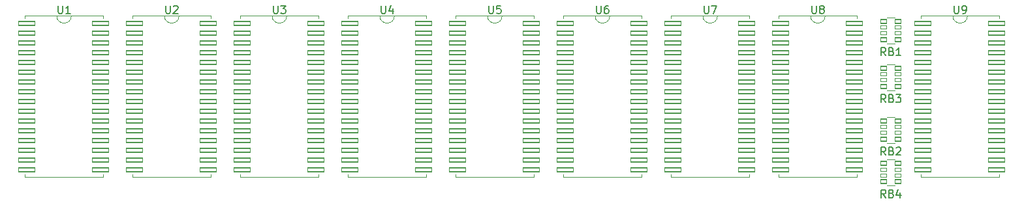
<source format=gto>
G04 #@! TF.GenerationSoftware,KiCad,Pcbnew,(6.0.0)*
G04 #@! TF.CreationDate,2022-01-26T20:37:23-08:00*
G04 #@! TF.ProjectId,M919_cache,4d393139-5f63-4616-9368-652e6b696361,rev?*
G04 #@! TF.SameCoordinates,Original*
G04 #@! TF.FileFunction,Legend,Top*
G04 #@! TF.FilePolarity,Positive*
%FSLAX46Y46*%
G04 Gerber Fmt 4.6, Leading zero omitted, Abs format (unit mm)*
G04 Created by KiCad (PCBNEW (6.0.0)) date 2022-01-26 20:37:23*
%MOMM*%
%LPD*%
G01*
G04 APERTURE LIST*
G04 Aperture macros list*
%AMRoundRect*
0 Rectangle with rounded corners*
0 $1 Rounding radius*
0 $2 $3 $4 $5 $6 $7 $8 $9 X,Y pos of 4 corners*
0 Add a 4 corners polygon primitive as box body*
4,1,4,$2,$3,$4,$5,$6,$7,$8,$9,$2,$3,0*
0 Add four circle primitives for the rounded corners*
1,1,$1+$1,$2,$3*
1,1,$1+$1,$4,$5*
1,1,$1+$1,$6,$7*
1,1,$1+$1,$8,$9*
0 Add four rect primitives between the rounded corners*
20,1,$1+$1,$2,$3,$4,$5,0*
20,1,$1+$1,$4,$5,$6,$7,0*
20,1,$1+$1,$6,$7,$8,$9,0*
20,1,$1+$1,$8,$9,$2,$3,0*%
G04 Aperture macros list end*
%ADD10C,0.150000*%
%ADD11C,0.120000*%
%ADD12C,0.100000*%
%ADD13RoundRect,0.050000X0.400000X0.250000X-0.400000X0.250000X-0.400000X-0.250000X0.400000X-0.250000X0*%
%ADD14RoundRect,0.050000X0.400000X0.200000X-0.400000X0.200000X-0.400000X-0.200000X0.400000X-0.200000X0*%
%ADD15RoundRect,0.050000X-1.079500X-0.254000X1.079500X-0.254000X1.079500X0.254000X-1.079500X0.254000X0*%
G04 APERTURE END LIST*
D10*
X230103333Y-112402380D02*
X229770000Y-111926190D01*
X229531904Y-112402380D02*
X229531904Y-111402380D01*
X229912857Y-111402380D01*
X230008095Y-111450000D01*
X230055714Y-111497619D01*
X230103333Y-111592857D01*
X230103333Y-111735714D01*
X230055714Y-111830952D01*
X230008095Y-111878571D01*
X229912857Y-111926190D01*
X229531904Y-111926190D01*
X230865238Y-111878571D02*
X231008095Y-111926190D01*
X231055714Y-111973809D01*
X231103333Y-112069047D01*
X231103333Y-112211904D01*
X231055714Y-112307142D01*
X231008095Y-112354761D01*
X230912857Y-112402380D01*
X230531904Y-112402380D01*
X230531904Y-111402380D01*
X230865238Y-111402380D01*
X230960476Y-111450000D01*
X231008095Y-111497619D01*
X231055714Y-111592857D01*
X231055714Y-111688095D01*
X231008095Y-111783333D01*
X230960476Y-111830952D01*
X230865238Y-111878571D01*
X230531904Y-111878571D01*
X231484285Y-111497619D02*
X231531904Y-111450000D01*
X231627142Y-111402380D01*
X231865238Y-111402380D01*
X231960476Y-111450000D01*
X232008095Y-111497619D01*
X232055714Y-111592857D01*
X232055714Y-111688095D01*
X232008095Y-111830952D01*
X231436666Y-112402380D01*
X232055714Y-112402380D01*
X122745595Y-92987880D02*
X122745595Y-93797404D01*
X122793214Y-93892642D01*
X122840833Y-93940261D01*
X122936071Y-93987880D01*
X123126547Y-93987880D01*
X123221785Y-93940261D01*
X123269404Y-93892642D01*
X123317023Y-93797404D01*
X123317023Y-92987880D01*
X124317023Y-93987880D02*
X123745595Y-93987880D01*
X124031309Y-93987880D02*
X124031309Y-92987880D01*
X123936071Y-93130738D01*
X123840833Y-93225976D01*
X123745595Y-93273595D01*
X136715595Y-92987880D02*
X136715595Y-93797404D01*
X136763214Y-93892642D01*
X136810833Y-93940261D01*
X136906071Y-93987880D01*
X137096547Y-93987880D01*
X137191785Y-93940261D01*
X137239404Y-93892642D01*
X137287023Y-93797404D01*
X137287023Y-92987880D01*
X137715595Y-93083119D02*
X137763214Y-93035500D01*
X137858452Y-92987880D01*
X138096547Y-92987880D01*
X138191785Y-93035500D01*
X138239404Y-93083119D01*
X138287023Y-93178357D01*
X138287023Y-93273595D01*
X138239404Y-93416452D01*
X137667976Y-93987880D01*
X138287023Y-93987880D01*
X150685595Y-92987880D02*
X150685595Y-93797404D01*
X150733214Y-93892642D01*
X150780833Y-93940261D01*
X150876071Y-93987880D01*
X151066547Y-93987880D01*
X151161785Y-93940261D01*
X151209404Y-93892642D01*
X151257023Y-93797404D01*
X151257023Y-92987880D01*
X151637976Y-92987880D02*
X152257023Y-92987880D01*
X151923690Y-93368833D01*
X152066547Y-93368833D01*
X152161785Y-93416452D01*
X152209404Y-93464071D01*
X152257023Y-93559309D01*
X152257023Y-93797404D01*
X152209404Y-93892642D01*
X152161785Y-93940261D01*
X152066547Y-93987880D01*
X151780833Y-93987880D01*
X151685595Y-93940261D01*
X151637976Y-93892642D01*
X164655595Y-92987880D02*
X164655595Y-93797404D01*
X164703214Y-93892642D01*
X164750833Y-93940261D01*
X164846071Y-93987880D01*
X165036547Y-93987880D01*
X165131785Y-93940261D01*
X165179404Y-93892642D01*
X165227023Y-93797404D01*
X165227023Y-92987880D01*
X166131785Y-93321214D02*
X166131785Y-93987880D01*
X165893690Y-92940261D02*
X165655595Y-93654547D01*
X166274642Y-93654547D01*
X178625595Y-92987880D02*
X178625595Y-93797404D01*
X178673214Y-93892642D01*
X178720833Y-93940261D01*
X178816071Y-93987880D01*
X179006547Y-93987880D01*
X179101785Y-93940261D01*
X179149404Y-93892642D01*
X179197023Y-93797404D01*
X179197023Y-92987880D01*
X180149404Y-92987880D02*
X179673214Y-92987880D01*
X179625595Y-93464071D01*
X179673214Y-93416452D01*
X179768452Y-93368833D01*
X180006547Y-93368833D01*
X180101785Y-93416452D01*
X180149404Y-93464071D01*
X180197023Y-93559309D01*
X180197023Y-93797404D01*
X180149404Y-93892642D01*
X180101785Y-93940261D01*
X180006547Y-93987880D01*
X179768452Y-93987880D01*
X179673214Y-93940261D01*
X179625595Y-93892642D01*
X206565595Y-92987880D02*
X206565595Y-93797404D01*
X206613214Y-93892642D01*
X206660833Y-93940261D01*
X206756071Y-93987880D01*
X206946547Y-93987880D01*
X207041785Y-93940261D01*
X207089404Y-93892642D01*
X207137023Y-93797404D01*
X207137023Y-92987880D01*
X207517976Y-92987880D02*
X208184642Y-92987880D01*
X207756071Y-93987880D01*
X220535595Y-92987880D02*
X220535595Y-93797404D01*
X220583214Y-93892642D01*
X220630833Y-93940261D01*
X220726071Y-93987880D01*
X220916547Y-93987880D01*
X221011785Y-93940261D01*
X221059404Y-93892642D01*
X221107023Y-93797404D01*
X221107023Y-92987880D01*
X221726071Y-93416452D02*
X221630833Y-93368833D01*
X221583214Y-93321214D01*
X221535595Y-93225976D01*
X221535595Y-93178357D01*
X221583214Y-93083119D01*
X221630833Y-93035500D01*
X221726071Y-92987880D01*
X221916547Y-92987880D01*
X222011785Y-93035500D01*
X222059404Y-93083119D01*
X222107023Y-93178357D01*
X222107023Y-93225976D01*
X222059404Y-93321214D01*
X222011785Y-93368833D01*
X221916547Y-93416452D01*
X221726071Y-93416452D01*
X221630833Y-93464071D01*
X221583214Y-93511690D01*
X221535595Y-93606928D01*
X221535595Y-93797404D01*
X221583214Y-93892642D01*
X221630833Y-93940261D01*
X221726071Y-93987880D01*
X221916547Y-93987880D01*
X222011785Y-93940261D01*
X222059404Y-93892642D01*
X222107023Y-93797404D01*
X222107023Y-93606928D01*
X222059404Y-93511690D01*
X222011785Y-93464071D01*
X221916547Y-93416452D01*
X239001395Y-92987880D02*
X239001395Y-93797404D01*
X239049014Y-93892642D01*
X239096633Y-93940261D01*
X239191871Y-93987880D01*
X239382347Y-93987880D01*
X239477585Y-93940261D01*
X239525204Y-93892642D01*
X239572823Y-93797404D01*
X239572823Y-92987880D01*
X240096633Y-93987880D02*
X240287109Y-93987880D01*
X240382347Y-93940261D01*
X240429966Y-93892642D01*
X240525204Y-93749785D01*
X240572823Y-93559309D01*
X240572823Y-93178357D01*
X240525204Y-93083119D01*
X240477585Y-93035500D01*
X240382347Y-92987880D01*
X240191871Y-92987880D01*
X240096633Y-93035500D01*
X240049014Y-93083119D01*
X240001395Y-93178357D01*
X240001395Y-93416452D01*
X240049014Y-93511690D01*
X240096633Y-93559309D01*
X240191871Y-93606928D01*
X240382347Y-93606928D01*
X240477585Y-93559309D01*
X240525204Y-93511690D01*
X240572823Y-93416452D01*
X192595595Y-92987880D02*
X192595595Y-93797404D01*
X192643214Y-93892642D01*
X192690833Y-93940261D01*
X192786071Y-93987880D01*
X192976547Y-93987880D01*
X193071785Y-93940261D01*
X193119404Y-93892642D01*
X193167023Y-93797404D01*
X193167023Y-92987880D01*
X194071785Y-92987880D02*
X193881309Y-92987880D01*
X193786071Y-93035500D01*
X193738452Y-93083119D01*
X193643214Y-93225976D01*
X193595595Y-93416452D01*
X193595595Y-93797404D01*
X193643214Y-93892642D01*
X193690833Y-93940261D01*
X193786071Y-93987880D01*
X193976547Y-93987880D01*
X194071785Y-93940261D01*
X194119404Y-93892642D01*
X194167023Y-93797404D01*
X194167023Y-93559309D01*
X194119404Y-93464071D01*
X194071785Y-93416452D01*
X193976547Y-93368833D01*
X193786071Y-93368833D01*
X193690833Y-93416452D01*
X193643214Y-93464071D01*
X193595595Y-93559309D01*
X230103333Y-105544380D02*
X229770000Y-105068190D01*
X229531904Y-105544380D02*
X229531904Y-104544380D01*
X229912857Y-104544380D01*
X230008095Y-104592000D01*
X230055714Y-104639619D01*
X230103333Y-104734857D01*
X230103333Y-104877714D01*
X230055714Y-104972952D01*
X230008095Y-105020571D01*
X229912857Y-105068190D01*
X229531904Y-105068190D01*
X230865238Y-105020571D02*
X231008095Y-105068190D01*
X231055714Y-105115809D01*
X231103333Y-105211047D01*
X231103333Y-105353904D01*
X231055714Y-105449142D01*
X231008095Y-105496761D01*
X230912857Y-105544380D01*
X230531904Y-105544380D01*
X230531904Y-104544380D01*
X230865238Y-104544380D01*
X230960476Y-104592000D01*
X231008095Y-104639619D01*
X231055714Y-104734857D01*
X231055714Y-104830095D01*
X231008095Y-104925333D01*
X230960476Y-104972952D01*
X230865238Y-105020571D01*
X230531904Y-105020571D01*
X231436666Y-104544380D02*
X232055714Y-104544380D01*
X231722380Y-104925333D01*
X231865238Y-104925333D01*
X231960476Y-104972952D01*
X232008095Y-105020571D01*
X232055714Y-105115809D01*
X232055714Y-105353904D01*
X232008095Y-105449142D01*
X231960476Y-105496761D01*
X231865238Y-105544380D01*
X231579523Y-105544380D01*
X231484285Y-105496761D01*
X231436666Y-105449142D01*
X230103333Y-117952380D02*
X229770000Y-117476190D01*
X229531904Y-117952380D02*
X229531904Y-116952380D01*
X229912857Y-116952380D01*
X230008095Y-117000000D01*
X230055714Y-117047619D01*
X230103333Y-117142857D01*
X230103333Y-117285714D01*
X230055714Y-117380952D01*
X230008095Y-117428571D01*
X229912857Y-117476190D01*
X229531904Y-117476190D01*
X230865238Y-117428571D02*
X231008095Y-117476190D01*
X231055714Y-117523809D01*
X231103333Y-117619047D01*
X231103333Y-117761904D01*
X231055714Y-117857142D01*
X231008095Y-117904761D01*
X230912857Y-117952380D01*
X230531904Y-117952380D01*
X230531904Y-116952380D01*
X230865238Y-116952380D01*
X230960476Y-117000000D01*
X231008095Y-117047619D01*
X231055714Y-117142857D01*
X231055714Y-117238095D01*
X231008095Y-117333333D01*
X230960476Y-117380952D01*
X230865238Y-117428571D01*
X230531904Y-117428571D01*
X231960476Y-117285714D02*
X231960476Y-117952380D01*
X231722380Y-116904761D02*
X231484285Y-117619047D01*
X232103333Y-117619047D01*
X230103333Y-99448380D02*
X229770000Y-98972190D01*
X229531904Y-99448380D02*
X229531904Y-98448380D01*
X229912857Y-98448380D01*
X230008095Y-98496000D01*
X230055714Y-98543619D01*
X230103333Y-98638857D01*
X230103333Y-98781714D01*
X230055714Y-98876952D01*
X230008095Y-98924571D01*
X229912857Y-98972190D01*
X229531904Y-98972190D01*
X230865238Y-98924571D02*
X231008095Y-98972190D01*
X231055714Y-99019809D01*
X231103333Y-99115047D01*
X231103333Y-99257904D01*
X231055714Y-99353142D01*
X231008095Y-99400761D01*
X230912857Y-99448380D01*
X230531904Y-99448380D01*
X230531904Y-98448380D01*
X230865238Y-98448380D01*
X230960476Y-98496000D01*
X231008095Y-98543619D01*
X231055714Y-98638857D01*
X231055714Y-98734095D01*
X231008095Y-98829333D01*
X230960476Y-98876952D01*
X230865238Y-98924571D01*
X230531904Y-98924571D01*
X232055714Y-99448380D02*
X231484285Y-99448380D01*
X231770000Y-99448380D02*
X231770000Y-98448380D01*
X231674761Y-98591238D01*
X231579523Y-98686476D01*
X231484285Y-98734095D01*
D11*
X230270000Y-107470000D02*
X231270000Y-107470000D01*
X230270000Y-110830000D02*
X231270000Y-110830000D01*
X118427500Y-115252500D02*
X118427500Y-114935000D01*
X128587500Y-115252500D02*
X128587500Y-114935000D01*
X118427500Y-94297500D02*
X118427500Y-94615000D01*
X118427500Y-115252500D02*
X128587500Y-115252500D01*
X128587500Y-94297500D02*
X128587500Y-94615000D01*
X118427500Y-94297500D02*
X128587500Y-94297500D01*
X122555000Y-94297500D02*
G75*
G03*
X124460000Y-94297500I952500J0D01*
G01*
X132397500Y-115252500D02*
X142557500Y-115252500D01*
X142557500Y-94297500D02*
X142557500Y-94615000D01*
X132397500Y-94297500D02*
X142557500Y-94297500D01*
X132397500Y-94297500D02*
X132397500Y-94615000D01*
X132397500Y-115252500D02*
X132397500Y-114935000D01*
X142557500Y-115252500D02*
X142557500Y-114935000D01*
X136525000Y-94297500D02*
G75*
G03*
X138430000Y-94297500I952500J0D01*
G01*
X156527500Y-115252500D02*
X156527500Y-114935000D01*
X146367500Y-94297500D02*
X156527500Y-94297500D01*
X146367500Y-115252500D02*
X156527500Y-115252500D01*
X146367500Y-94297500D02*
X146367500Y-94615000D01*
X156527500Y-94297500D02*
X156527500Y-94615000D01*
X146367500Y-115252500D02*
X146367500Y-114935000D01*
X150495000Y-94297500D02*
G75*
G03*
X152400000Y-94297500I952500J0D01*
G01*
X160337500Y-94297500D02*
X160337500Y-94615000D01*
X170497500Y-115252500D02*
X170497500Y-114935000D01*
X160337500Y-94297500D02*
X170497500Y-94297500D01*
X170497500Y-94297500D02*
X170497500Y-94615000D01*
X160337500Y-115252500D02*
X160337500Y-114935000D01*
X160337500Y-115252500D02*
X170497500Y-115252500D01*
X164465000Y-94297500D02*
G75*
G03*
X166370000Y-94297500I952500J0D01*
G01*
X184467500Y-94297500D02*
X184467500Y-94615000D01*
X184467500Y-115252500D02*
X184467500Y-114935000D01*
X174307500Y-115252500D02*
X184467500Y-115252500D01*
X174307500Y-94297500D02*
X184467500Y-94297500D01*
X174307500Y-94297500D02*
X174307500Y-94615000D01*
X174307500Y-115252500D02*
X174307500Y-114935000D01*
X178435000Y-94297500D02*
G75*
G03*
X180340000Y-94297500I952500J0D01*
G01*
X212407500Y-94297500D02*
X212407500Y-94615000D01*
X212407500Y-115252500D02*
X212407500Y-114935000D01*
X202247500Y-115252500D02*
X212407500Y-115252500D01*
X202247500Y-94297500D02*
X202247500Y-94615000D01*
X202247500Y-115252500D02*
X202247500Y-114935000D01*
X202247500Y-94297500D02*
X212407500Y-94297500D01*
X206375000Y-94297500D02*
G75*
G03*
X208280000Y-94297500I952500J0D01*
G01*
X216217500Y-94297500D02*
X216217500Y-94615000D01*
X226377500Y-115252500D02*
X226377500Y-114935000D01*
X216217500Y-94297500D02*
X226377500Y-94297500D01*
X216217500Y-115252500D02*
X226377500Y-115252500D01*
X226377500Y-94297500D02*
X226377500Y-94615000D01*
X216217500Y-115252500D02*
X216217500Y-114935000D01*
X220345000Y-94297500D02*
G75*
G03*
X222250000Y-94297500I952500J0D01*
G01*
X234683300Y-115252500D02*
X234683300Y-114935000D01*
X234683300Y-94297500D02*
X244843300Y-94297500D01*
X244843300Y-94297500D02*
X244843300Y-94615000D01*
X234683300Y-94297500D02*
X234683300Y-94615000D01*
X244843300Y-115252500D02*
X244843300Y-114935000D01*
X234683300Y-115252500D02*
X244843300Y-115252500D01*
X238810800Y-94297500D02*
G75*
G03*
X240715800Y-94297500I952500J0D01*
G01*
X188277500Y-115252500D02*
X188277500Y-114935000D01*
X188277500Y-94297500D02*
X198437500Y-94297500D01*
X188277500Y-115252500D02*
X198437500Y-115252500D01*
X198437500Y-94297500D02*
X198437500Y-94615000D01*
X198437500Y-115252500D02*
X198437500Y-114935000D01*
X188277500Y-94297500D02*
X188277500Y-94615000D01*
X192405000Y-94297500D02*
G75*
G03*
X194310000Y-94297500I952500J0D01*
G01*
X230270000Y-100612000D02*
X231270000Y-100612000D01*
X230270000Y-103972000D02*
X231270000Y-103972000D01*
X230270000Y-113020000D02*
X231270000Y-113020000D01*
X230270000Y-116380000D02*
X231270000Y-116380000D01*
X230270000Y-94516000D02*
X231270000Y-94516000D01*
X230270000Y-97876000D02*
X231270000Y-97876000D01*
%LPC*%
D12*
X233521000Y-126140000D02*
X128521000Y-126140000D01*
X128521000Y-126140000D02*
X128521000Y-121060000D01*
X128521000Y-121060000D02*
X233521000Y-121060000D01*
X233521000Y-121060000D02*
X233521000Y-126140000D01*
G36*
X233521000Y-126140000D02*
G01*
X128521000Y-126140000D01*
X128521000Y-121060000D01*
X233521000Y-121060000D01*
X233521000Y-126140000D01*
G37*
X233521000Y-126140000D02*
X128521000Y-126140000D01*
X128521000Y-121060000D01*
X233521000Y-121060000D01*
X233521000Y-126140000D01*
D13*
X231670000Y-110350000D03*
D14*
X231670000Y-109550000D03*
X231670000Y-108750000D03*
D13*
X231670000Y-107950000D03*
X229870000Y-107950000D03*
D14*
X229870000Y-108750000D03*
X229870000Y-109550000D03*
D13*
X229870000Y-110350000D03*
D15*
X118694200Y-95250000D03*
X118694200Y-96520000D03*
X118694200Y-97790000D03*
X118694200Y-99060000D03*
X118694200Y-100330000D03*
X118694200Y-101600000D03*
X118694200Y-102870000D03*
X118694200Y-104140000D03*
X118694200Y-105410000D03*
X118694200Y-106680000D03*
X118694200Y-107950000D03*
X118694200Y-109220000D03*
X118694200Y-110490000D03*
X118694200Y-111760000D03*
X118694200Y-113030000D03*
X118694200Y-114300000D03*
X128270000Y-114300000D03*
X128270000Y-113030000D03*
X128270000Y-111760000D03*
X128270000Y-110490000D03*
X128270000Y-109220000D03*
X128270000Y-107950000D03*
X128270000Y-106680000D03*
X128270000Y-105410000D03*
X128270000Y-104140000D03*
X128270000Y-102870000D03*
X128270000Y-101600000D03*
X128270000Y-100330000D03*
X128270000Y-99060000D03*
X128270000Y-97790000D03*
X128270000Y-96520000D03*
X128270000Y-95250000D03*
X132664200Y-95250000D03*
X132664200Y-96520000D03*
X132664200Y-97790000D03*
X132664200Y-99060000D03*
X132664200Y-100330000D03*
X132664200Y-101600000D03*
X132664200Y-102870000D03*
X132664200Y-104140000D03*
X132664200Y-105410000D03*
X132664200Y-106680000D03*
X132664200Y-107950000D03*
X132664200Y-109220000D03*
X132664200Y-110490000D03*
X132664200Y-111760000D03*
X132664200Y-113030000D03*
X132664200Y-114300000D03*
X142240000Y-114300000D03*
X142240000Y-113030000D03*
X142240000Y-111760000D03*
X142240000Y-110490000D03*
X142240000Y-109220000D03*
X142240000Y-107950000D03*
X142240000Y-106680000D03*
X142240000Y-105410000D03*
X142240000Y-104140000D03*
X142240000Y-102870000D03*
X142240000Y-101600000D03*
X142240000Y-100330000D03*
X142240000Y-99060000D03*
X142240000Y-97790000D03*
X142240000Y-96520000D03*
X142240000Y-95250000D03*
X146634200Y-95250000D03*
X146634200Y-96520000D03*
X146634200Y-97790000D03*
X146634200Y-99060000D03*
X146634200Y-100330000D03*
X146634200Y-101600000D03*
X146634200Y-102870000D03*
X146634200Y-104140000D03*
X146634200Y-105410000D03*
X146634200Y-106680000D03*
X146634200Y-107950000D03*
X146634200Y-109220000D03*
X146634200Y-110490000D03*
X146634200Y-111760000D03*
X146634200Y-113030000D03*
X146634200Y-114300000D03*
X156210000Y-114300000D03*
X156210000Y-113030000D03*
X156210000Y-111760000D03*
X156210000Y-110490000D03*
X156210000Y-109220000D03*
X156210000Y-107950000D03*
X156210000Y-106680000D03*
X156210000Y-105410000D03*
X156210000Y-104140000D03*
X156210000Y-102870000D03*
X156210000Y-101600000D03*
X156210000Y-100330000D03*
X156210000Y-99060000D03*
X156210000Y-97790000D03*
X156210000Y-96520000D03*
X156210000Y-95250000D03*
X160604200Y-95250000D03*
X160604200Y-96520000D03*
X160604200Y-97790000D03*
X160604200Y-99060000D03*
X160604200Y-100330000D03*
X160604200Y-101600000D03*
X160604200Y-102870000D03*
X160604200Y-104140000D03*
X160604200Y-105410000D03*
X160604200Y-106680000D03*
X160604200Y-107950000D03*
X160604200Y-109220000D03*
X160604200Y-110490000D03*
X160604200Y-111760000D03*
X160604200Y-113030000D03*
X160604200Y-114300000D03*
X170180000Y-114300000D03*
X170180000Y-113030000D03*
X170180000Y-111760000D03*
X170180000Y-110490000D03*
X170180000Y-109220000D03*
X170180000Y-107950000D03*
X170180000Y-106680000D03*
X170180000Y-105410000D03*
X170180000Y-104140000D03*
X170180000Y-102870000D03*
X170180000Y-101600000D03*
X170180000Y-100330000D03*
X170180000Y-99060000D03*
X170180000Y-97790000D03*
X170180000Y-96520000D03*
X170180000Y-95250000D03*
X174574200Y-95250000D03*
X174574200Y-96520000D03*
X174574200Y-97790000D03*
X174574200Y-99060000D03*
X174574200Y-100330000D03*
X174574200Y-101600000D03*
X174574200Y-102870000D03*
X174574200Y-104140000D03*
X174574200Y-105410000D03*
X174574200Y-106680000D03*
X174574200Y-107950000D03*
X174574200Y-109220000D03*
X174574200Y-110490000D03*
X174574200Y-111760000D03*
X174574200Y-113030000D03*
X174574200Y-114300000D03*
X184150000Y-114300000D03*
X184150000Y-113030000D03*
X184150000Y-111760000D03*
X184150000Y-110490000D03*
X184150000Y-109220000D03*
X184150000Y-107950000D03*
X184150000Y-106680000D03*
X184150000Y-105410000D03*
X184150000Y-104140000D03*
X184150000Y-102870000D03*
X184150000Y-101600000D03*
X184150000Y-100330000D03*
X184150000Y-99060000D03*
X184150000Y-97790000D03*
X184150000Y-96520000D03*
X184150000Y-95250000D03*
X202514200Y-95250000D03*
X202514200Y-96520000D03*
X202514200Y-97790000D03*
X202514200Y-99060000D03*
X202514200Y-100330000D03*
X202514200Y-101600000D03*
X202514200Y-102870000D03*
X202514200Y-104140000D03*
X202514200Y-105410000D03*
X202514200Y-106680000D03*
X202514200Y-107950000D03*
X202514200Y-109220000D03*
X202514200Y-110490000D03*
X202514200Y-111760000D03*
X202514200Y-113030000D03*
X202514200Y-114300000D03*
X212090000Y-114300000D03*
X212090000Y-113030000D03*
X212090000Y-111760000D03*
X212090000Y-110490000D03*
X212090000Y-109220000D03*
X212090000Y-107950000D03*
X212090000Y-106680000D03*
X212090000Y-105410000D03*
X212090000Y-104140000D03*
X212090000Y-102870000D03*
X212090000Y-101600000D03*
X212090000Y-100330000D03*
X212090000Y-99060000D03*
X212090000Y-97790000D03*
X212090000Y-96520000D03*
X212090000Y-95250000D03*
X216484200Y-95250000D03*
X216484200Y-96520000D03*
X216484200Y-97790000D03*
X216484200Y-99060000D03*
X216484200Y-100330000D03*
X216484200Y-101600000D03*
X216484200Y-102870000D03*
X216484200Y-104140000D03*
X216484200Y-105410000D03*
X216484200Y-106680000D03*
X216484200Y-107950000D03*
X216484200Y-109220000D03*
X216484200Y-110490000D03*
X216484200Y-111760000D03*
X216484200Y-113030000D03*
X216484200Y-114300000D03*
X226060000Y-114300000D03*
X226060000Y-113030000D03*
X226060000Y-111760000D03*
X226060000Y-110490000D03*
X226060000Y-109220000D03*
X226060000Y-107950000D03*
X226060000Y-106680000D03*
X226060000Y-105410000D03*
X226060000Y-104140000D03*
X226060000Y-102870000D03*
X226060000Y-101600000D03*
X226060000Y-100330000D03*
X226060000Y-99060000D03*
X226060000Y-97790000D03*
X226060000Y-96520000D03*
X226060000Y-95250000D03*
X234950000Y-95250000D03*
X234950000Y-96520000D03*
X234950000Y-97790000D03*
X234950000Y-99060000D03*
X234950000Y-100330000D03*
X234950000Y-101600000D03*
X234950000Y-102870000D03*
X234950000Y-104140000D03*
X234950000Y-105410000D03*
X234950000Y-106680000D03*
X234950000Y-107950000D03*
X234950000Y-109220000D03*
X234950000Y-110490000D03*
X234950000Y-111760000D03*
X234950000Y-113030000D03*
X234950000Y-114300000D03*
X244525800Y-114300000D03*
X244525800Y-113030000D03*
X244525800Y-111760000D03*
X244525800Y-110490000D03*
X244525800Y-109220000D03*
X244525800Y-107950000D03*
X244525800Y-106680000D03*
X244525800Y-105410000D03*
X244525800Y-104140000D03*
X244525800Y-102870000D03*
X244525800Y-101600000D03*
X244525800Y-100330000D03*
X244525800Y-99060000D03*
X244525800Y-97790000D03*
X244525800Y-96520000D03*
X244525800Y-95250000D03*
X188544200Y-95250000D03*
X188544200Y-96520000D03*
X188544200Y-97790000D03*
X188544200Y-99060000D03*
X188544200Y-100330000D03*
X188544200Y-101600000D03*
X188544200Y-102870000D03*
X188544200Y-104140000D03*
X188544200Y-105410000D03*
X188544200Y-106680000D03*
X188544200Y-107950000D03*
X188544200Y-109220000D03*
X188544200Y-110490000D03*
X188544200Y-111760000D03*
X188544200Y-113030000D03*
X188544200Y-114300000D03*
X198120000Y-114300000D03*
X198120000Y-113030000D03*
X198120000Y-111760000D03*
X198120000Y-110490000D03*
X198120000Y-109220000D03*
X198120000Y-107950000D03*
X198120000Y-106680000D03*
X198120000Y-105410000D03*
X198120000Y-104140000D03*
X198120000Y-102870000D03*
X198120000Y-101600000D03*
X198120000Y-100330000D03*
X198120000Y-99060000D03*
X198120000Y-97790000D03*
X198120000Y-96520000D03*
X198120000Y-95250000D03*
D13*
X231670000Y-103492000D03*
D14*
X231670000Y-102692000D03*
X231670000Y-101892000D03*
D13*
X231670000Y-101092000D03*
X229870000Y-101092000D03*
D14*
X229870000Y-101892000D03*
X229870000Y-102692000D03*
D13*
X229870000Y-103492000D03*
X231670000Y-115900000D03*
D14*
X231670000Y-115100000D03*
X231670000Y-114300000D03*
D13*
X231670000Y-113500000D03*
X229870000Y-113500000D03*
D14*
X229870000Y-114300000D03*
X229870000Y-115100000D03*
D13*
X229870000Y-115900000D03*
X231670000Y-97396000D03*
D14*
X231670000Y-96596000D03*
X231670000Y-95796000D03*
D13*
X231670000Y-94996000D03*
X229870000Y-94996000D03*
D14*
X229870000Y-95796000D03*
X229870000Y-96596000D03*
D13*
X229870000Y-97396000D03*
M02*

</source>
